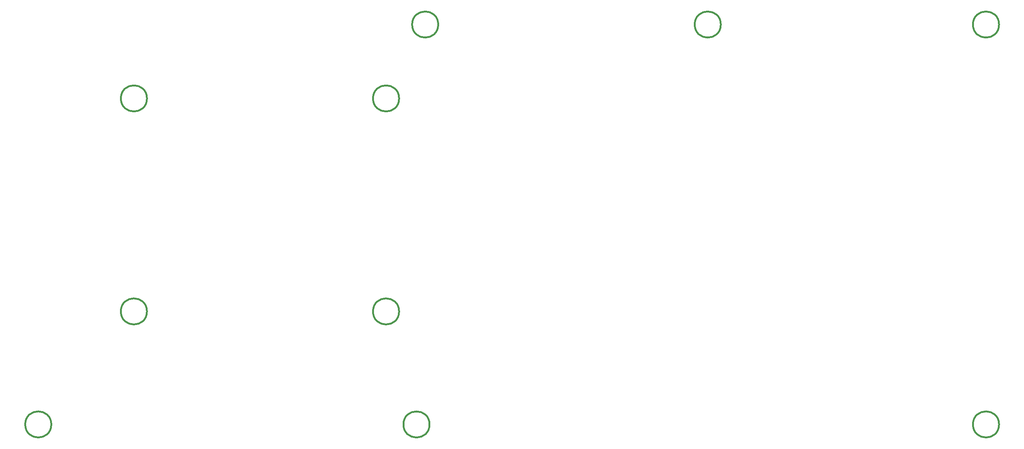
<source format=gbr>
G04 #@! TF.FileFunction,Other,Comment*
%FSLAX46Y46*%
G04 Gerber Fmt 4.6, Leading zero omitted, Abs format (unit mm)*
G04 Created by KiCad (PCBNEW (2015-02-24 BZR 5451)-product) date Thu 12 Mar 2015 11:25:46 PM EDT*
%MOMM*%
G01*
G04 APERTURE LIST*
%ADD10C,0.100000*%
%ADD11C,0.381000*%
G04 APERTURE END LIST*
D10*
D11*
X108599740Y-68400000D02*
G75*
G03X108599740Y-68400000I-2999740J0D01*
G01*
X108599740Y-117400000D02*
G75*
G03X108599740Y-117400000I-2999740J0D01*
G01*
X50599740Y-117400000D02*
G75*
G03X50599740Y-117400000I-2999740J0D01*
G01*
X50599740Y-68400000D02*
G75*
G03X50599740Y-68400000I-2999740J0D01*
G01*
X246599740Y-143400000D02*
G75*
G03X246599740Y-143400000I-2999740J0D01*
G01*
X246599740Y-51400000D02*
G75*
G03X246599740Y-51400000I-2999740J0D01*
G01*
X117599740Y-51400000D02*
G75*
G03X117599740Y-51400000I-2999740J0D01*
G01*
X28599740Y-143400000D02*
G75*
G03X28599740Y-143400000I-2999740J0D01*
G01*
X115599740Y-143400000D02*
G75*
G03X115599740Y-143400000I-2999740J0D01*
G01*
X182599740Y-51400000D02*
G75*
G03X182599740Y-51400000I-2999740J0D01*
G01*
M02*

</source>
